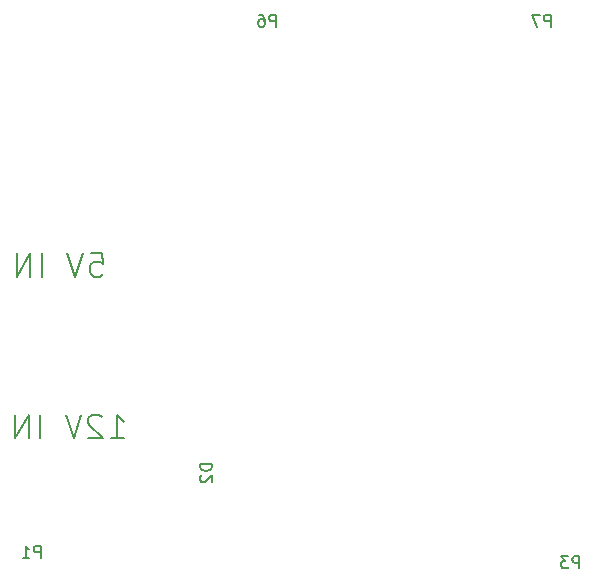
<source format=gbr>
G04 #@! TF.GenerationSoftware,KiCad,Pcbnew,7.0.9*
G04 #@! TF.CreationDate,2024-01-20T08:56:29+10:00*
G04 #@! TF.ProjectId,INSTRUMENTS_CONTROLLER,494e5354-5255-44d4-954e-54535f434f4e,rev?*
G04 #@! TF.SameCoordinates,Original*
G04 #@! TF.FileFunction,Legend,Bot*
G04 #@! TF.FilePolarity,Positive*
%FSLAX46Y46*%
G04 Gerber Fmt 4.6, Leading zero omitted, Abs format (unit mm)*
G04 Created by KiCad (PCBNEW 7.0.9) date 2024-01-20 08:56:29*
%MOMM*%
%LPD*%
G01*
G04 APERTURE LIST*
%ADD10C,0.150000*%
G04 APERTURE END LIST*
D10*
X135073809Y-108717438D02*
X136216666Y-108717438D01*
X135645238Y-108717438D02*
X135645238Y-106717438D01*
X135645238Y-106717438D02*
X135835714Y-107003152D01*
X135835714Y-107003152D02*
X136026190Y-107193628D01*
X136026190Y-107193628D02*
X136216666Y-107288866D01*
X134311904Y-106907914D02*
X134216666Y-106812676D01*
X134216666Y-106812676D02*
X134026190Y-106717438D01*
X134026190Y-106717438D02*
X133549999Y-106717438D01*
X133549999Y-106717438D02*
X133359523Y-106812676D01*
X133359523Y-106812676D02*
X133264285Y-106907914D01*
X133264285Y-106907914D02*
X133169047Y-107098390D01*
X133169047Y-107098390D02*
X133169047Y-107288866D01*
X133169047Y-107288866D02*
X133264285Y-107574580D01*
X133264285Y-107574580D02*
X134407142Y-108717438D01*
X134407142Y-108717438D02*
X133169047Y-108717438D01*
X132597618Y-106717438D02*
X131930952Y-108717438D01*
X131930952Y-108717438D02*
X131264285Y-106717438D01*
X129073808Y-108717438D02*
X129073808Y-106717438D01*
X128121427Y-108717438D02*
X128121427Y-106717438D01*
X128121427Y-106717438D02*
X126978570Y-108717438D01*
X126978570Y-108717438D02*
X126978570Y-106717438D01*
X133416666Y-93017438D02*
X134369047Y-93017438D01*
X134369047Y-93017438D02*
X134464285Y-93969819D01*
X134464285Y-93969819D02*
X134369047Y-93874580D01*
X134369047Y-93874580D02*
X134178571Y-93779342D01*
X134178571Y-93779342D02*
X133702380Y-93779342D01*
X133702380Y-93779342D02*
X133511904Y-93874580D01*
X133511904Y-93874580D02*
X133416666Y-93969819D01*
X133416666Y-93969819D02*
X133321428Y-94160295D01*
X133321428Y-94160295D02*
X133321428Y-94636485D01*
X133321428Y-94636485D02*
X133416666Y-94826961D01*
X133416666Y-94826961D02*
X133511904Y-94922200D01*
X133511904Y-94922200D02*
X133702380Y-95017438D01*
X133702380Y-95017438D02*
X134178571Y-95017438D01*
X134178571Y-95017438D02*
X134369047Y-94922200D01*
X134369047Y-94922200D02*
X134464285Y-94826961D01*
X132749999Y-93017438D02*
X132083333Y-95017438D01*
X132083333Y-95017438D02*
X131416666Y-93017438D01*
X129226189Y-95017438D02*
X129226189Y-93017438D01*
X128273808Y-95017438D02*
X128273808Y-93017438D01*
X128273808Y-93017438D02*
X127130951Y-95017438D01*
X127130951Y-95017438D02*
X127130951Y-93017438D01*
X129135094Y-118818819D02*
X129135094Y-117818819D01*
X129135094Y-117818819D02*
X128754142Y-117818819D01*
X128754142Y-117818819D02*
X128658904Y-117866438D01*
X128658904Y-117866438D02*
X128611285Y-117914057D01*
X128611285Y-117914057D02*
X128563666Y-118009295D01*
X128563666Y-118009295D02*
X128563666Y-118152152D01*
X128563666Y-118152152D02*
X128611285Y-118247390D01*
X128611285Y-118247390D02*
X128658904Y-118295009D01*
X128658904Y-118295009D02*
X128754142Y-118342628D01*
X128754142Y-118342628D02*
X129135094Y-118342628D01*
X127611285Y-118818819D02*
X128182713Y-118818819D01*
X127896999Y-118818819D02*
X127896999Y-117818819D01*
X127896999Y-117818819D02*
X127992237Y-117961676D01*
X127992237Y-117961676D02*
X128087475Y-118056914D01*
X128087475Y-118056914D02*
X128182713Y-118104533D01*
X174728094Y-119707819D02*
X174728094Y-118707819D01*
X174728094Y-118707819D02*
X174347142Y-118707819D01*
X174347142Y-118707819D02*
X174251904Y-118755438D01*
X174251904Y-118755438D02*
X174204285Y-118803057D01*
X174204285Y-118803057D02*
X174156666Y-118898295D01*
X174156666Y-118898295D02*
X174156666Y-119041152D01*
X174156666Y-119041152D02*
X174204285Y-119136390D01*
X174204285Y-119136390D02*
X174251904Y-119184009D01*
X174251904Y-119184009D02*
X174347142Y-119231628D01*
X174347142Y-119231628D02*
X174728094Y-119231628D01*
X173823332Y-118707819D02*
X173204285Y-118707819D01*
X173204285Y-118707819D02*
X173537618Y-119088771D01*
X173537618Y-119088771D02*
X173394761Y-119088771D01*
X173394761Y-119088771D02*
X173299523Y-119136390D01*
X173299523Y-119136390D02*
X173251904Y-119184009D01*
X173251904Y-119184009D02*
X173204285Y-119279247D01*
X173204285Y-119279247D02*
X173204285Y-119517342D01*
X173204285Y-119517342D02*
X173251904Y-119612580D01*
X173251904Y-119612580D02*
X173299523Y-119660200D01*
X173299523Y-119660200D02*
X173394761Y-119707819D01*
X173394761Y-119707819D02*
X173680475Y-119707819D01*
X173680475Y-119707819D02*
X173775713Y-119660200D01*
X173775713Y-119660200D02*
X173823332Y-119612580D01*
X149074094Y-73860819D02*
X149074094Y-72860819D01*
X149074094Y-72860819D02*
X148693142Y-72860819D01*
X148693142Y-72860819D02*
X148597904Y-72908438D01*
X148597904Y-72908438D02*
X148550285Y-72956057D01*
X148550285Y-72956057D02*
X148502666Y-73051295D01*
X148502666Y-73051295D02*
X148502666Y-73194152D01*
X148502666Y-73194152D02*
X148550285Y-73289390D01*
X148550285Y-73289390D02*
X148597904Y-73337009D01*
X148597904Y-73337009D02*
X148693142Y-73384628D01*
X148693142Y-73384628D02*
X149074094Y-73384628D01*
X147645523Y-72860819D02*
X147835999Y-72860819D01*
X147835999Y-72860819D02*
X147931237Y-72908438D01*
X147931237Y-72908438D02*
X147978856Y-72956057D01*
X147978856Y-72956057D02*
X148074094Y-73098914D01*
X148074094Y-73098914D02*
X148121713Y-73289390D01*
X148121713Y-73289390D02*
X148121713Y-73670342D01*
X148121713Y-73670342D02*
X148074094Y-73765580D01*
X148074094Y-73765580D02*
X148026475Y-73813200D01*
X148026475Y-73813200D02*
X147931237Y-73860819D01*
X147931237Y-73860819D02*
X147740761Y-73860819D01*
X147740761Y-73860819D02*
X147645523Y-73813200D01*
X147645523Y-73813200D02*
X147597904Y-73765580D01*
X147597904Y-73765580D02*
X147550285Y-73670342D01*
X147550285Y-73670342D02*
X147550285Y-73432247D01*
X147550285Y-73432247D02*
X147597904Y-73337009D01*
X147597904Y-73337009D02*
X147645523Y-73289390D01*
X147645523Y-73289390D02*
X147740761Y-73241771D01*
X147740761Y-73241771D02*
X147931237Y-73241771D01*
X147931237Y-73241771D02*
X148026475Y-73289390D01*
X148026475Y-73289390D02*
X148074094Y-73337009D01*
X148074094Y-73337009D02*
X148121713Y-73432247D01*
X172315094Y-73860819D02*
X172315094Y-72860819D01*
X172315094Y-72860819D02*
X171934142Y-72860819D01*
X171934142Y-72860819D02*
X171838904Y-72908438D01*
X171838904Y-72908438D02*
X171791285Y-72956057D01*
X171791285Y-72956057D02*
X171743666Y-73051295D01*
X171743666Y-73051295D02*
X171743666Y-73194152D01*
X171743666Y-73194152D02*
X171791285Y-73289390D01*
X171791285Y-73289390D02*
X171838904Y-73337009D01*
X171838904Y-73337009D02*
X171934142Y-73384628D01*
X171934142Y-73384628D02*
X172315094Y-73384628D01*
X171410332Y-72860819D02*
X170743666Y-72860819D01*
X170743666Y-72860819D02*
X171172237Y-73860819D01*
X143636819Y-110888905D02*
X142636819Y-110888905D01*
X142636819Y-110888905D02*
X142636819Y-111127000D01*
X142636819Y-111127000D02*
X142684438Y-111269857D01*
X142684438Y-111269857D02*
X142779676Y-111365095D01*
X142779676Y-111365095D02*
X142874914Y-111412714D01*
X142874914Y-111412714D02*
X143065390Y-111460333D01*
X143065390Y-111460333D02*
X143208247Y-111460333D01*
X143208247Y-111460333D02*
X143398723Y-111412714D01*
X143398723Y-111412714D02*
X143493961Y-111365095D01*
X143493961Y-111365095D02*
X143589200Y-111269857D01*
X143589200Y-111269857D02*
X143636819Y-111127000D01*
X143636819Y-111127000D02*
X143636819Y-110888905D01*
X142732057Y-111841286D02*
X142684438Y-111888905D01*
X142684438Y-111888905D02*
X142636819Y-111984143D01*
X142636819Y-111984143D02*
X142636819Y-112222238D01*
X142636819Y-112222238D02*
X142684438Y-112317476D01*
X142684438Y-112317476D02*
X142732057Y-112365095D01*
X142732057Y-112365095D02*
X142827295Y-112412714D01*
X142827295Y-112412714D02*
X142922533Y-112412714D01*
X142922533Y-112412714D02*
X143065390Y-112365095D01*
X143065390Y-112365095D02*
X143636819Y-111793667D01*
X143636819Y-111793667D02*
X143636819Y-112412714D01*
M02*

</source>
